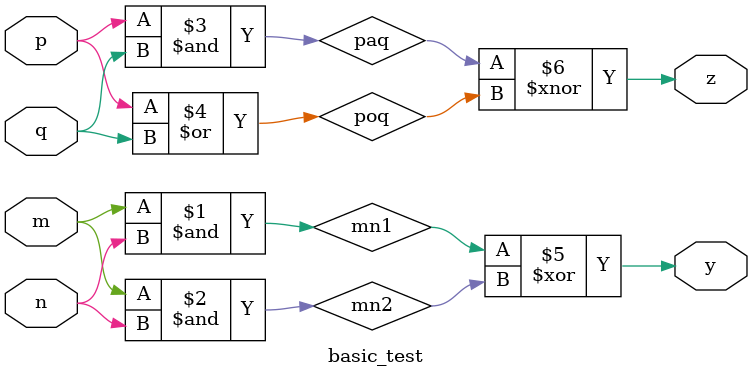
<source format=v>

module basic_test(m, n, p, q, y, z);
  input m ,n ,p ,q ;
  output y, z;
  
  wire mn1, mn2, paq, poq;
  assign mn1 = m & n;
  assign mn2 = m & n;
  assign paq = p & q;
  assign poq = p | q;
  assign y = mn1 ^ mn2;
  assign z = paq ~^ poq;
  
endmodule


</source>
